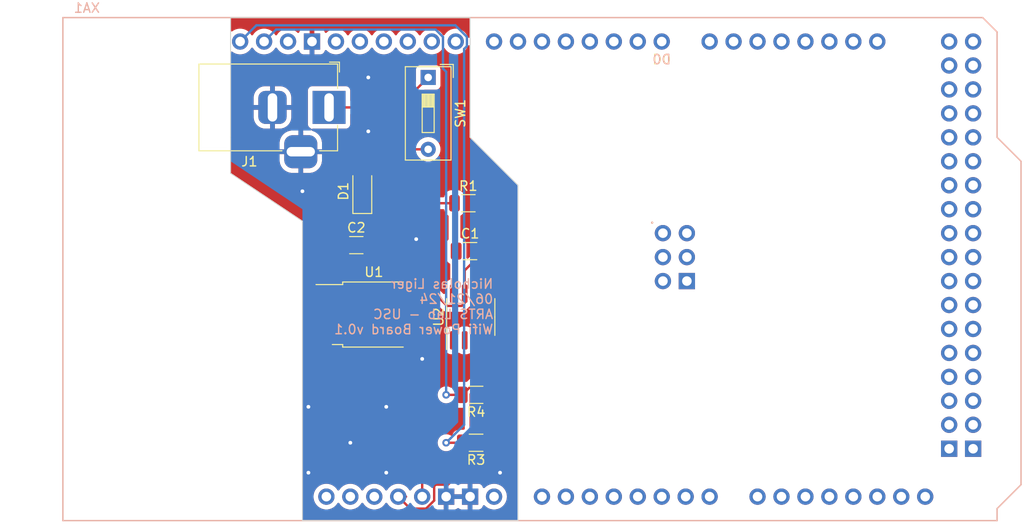
<source format=kicad_pcb>
(kicad_pcb (version 20221018) (generator pcbnew)
  (layers (0 "F.Cu" signal) (31 "B.Cu" signal) (34 "B.Paste" user) (35 "F.Paste" user) (36 "B.SilkS" user "B.Silkscreen") (37 "F.SilkS" user "F.Silkscreen") (38 "B.Mask" user) (39 "F.Mask" user) (44 "Edge.Cuts" user))
  (net 0 "")
  (net 1 "Net-(D1-K)")
  (net 2 "Net-(U1-VI)")
  (net 3 "GND")
  (net 4 "Net-(D1-A)")
  (net 5 "Net-(J1-Pad1)")
  (net 6 "Net-(U2-VS)")
  (net 7 "Net-(U2-SCL)")
  (net 92 "Net-(U2-SDA)")
  (net 93 "Net-(U1-VO)")
  (footprint "Capacitor_SMD:C_1206_3216Metric" (layer "F.Cu") (at 130.175 82.55)
    (fp_text reference "C2" (at 0 -1.85) (layer "F.SilkS"))
    (fp_text value "0.1 μF" hide)
    (fp_line (start -0.711252 -0.91) (end 0.711252 -0.91) (stroke (width 0.12)) (layer "F.SilkS"))
    (fp_line (start -0.711252 0.91) (end 0.711252 0.91) (stroke (width 0.12)) (layer "F.SilkS"))
    (pad "1" smd roundrect (at -1.475 0) (size 1.15 1.8) (layers "F.Cu" "F.Paste" "F.Mask") (roundrect_rratio 0.217391) (net 2 "Net-(U1-VI)"))
    (pad "2" smd roundrect (at 1.475 0) (size 1.15 1.8) (layers "F.Cu" "F.Paste" "F.Mask") (roundrect_rratio 0.217391) (net 3 "GND"))
  )
  (footprint "PCM_arduino-library:Arduino_Mega2560_R3_Shield" (layer "F.Cu") (at 99.06 111.76)
    (fp_text reference "XA1" (at 2.54 -54.356) (layer "B.SilkS") (effects (justify mirror)))
    (fp_text value "Arduino_Mega2560_Shield" hide)
    (fp_text user "D0" (at 63.5 -48.895 unlocked) (layer "B.SilkS") (effects (justify mirror)))
    (fp_text user "." (at 62.484 -32.004) (layer "B.SilkS"))
    (fp_text user "." (at 62.484 -32.004) (layer "F.SilkS"))
    (fp_text user "D0" (at 63.5 -48.895 unlocked) (layer "F.SilkS"))
    (fp_line (start 0 -53.34) (end 0 0) (stroke (width 0.15)) (layer "B.SilkS"))
    (fp_line (start 0 -53.34) (end 97.536 -53.34) (stroke (width 0.15)) (layer "B.SilkS"))
    (fp_line (start 0 0) (end 99.06 0) (stroke (width 0.15)) (layer "B.SilkS"))
    (fp_line (start 97.536 -53.34) (end 99.06 -51.816) (stroke (width 0.15)) (layer "B.SilkS"))
    (fp_line (start 99.06 -40.64) (end 99.06 -51.816) (stroke (width 0.15)) (layer "B.SilkS"))
    (fp_line (start 99.06 -1.27) (end 101.6 -3.81) (stroke (width 0.15)) (layer "B.SilkS"))
    (fp_line (start 99.06 0) (end 99.06 -1.27) (stroke (width 0.15)) (layer "B.SilkS"))
    (fp_line (start 101.6 -38.1) (end 99.06 -40.64) (stroke (width 0.15)) (layer "B.SilkS"))
    (fp_line (start 101.6 -3.81) (end 101.6 -38.1) (stroke (width 0.15)) (layer "B.SilkS"))
    (pad "" np_thru_hole circle (at 13.97 -2.54) (size 3.2 3.2) (drill 3.2) (layers "*.Cu" "*.Mask"))
    (pad "" np_thru_hole circle (at 15.24 -50.8) (size 3.2 3.2) (drill 3.2) (layers "*.Cu" "*.Mask"))
    (pad "" np_thru_hole circle (at 66.04 -35.56) (size 3.2 3.2) (drill 3.2) (layers "*.Cu" "*.Mask"))
    (pad "" np_thru_hole circle (at 66.04 -7.62) (size 3.2 3.2) (drill 3.2) (layers "*.Cu" "*.Mask"))
    (pad "" np_thru_hole circle (at 90.17 -50.8) (size 3.2 3.2) (drill 3.2) (layers "*.Cu" "*.Mask"))
    (pad "" np_thru_hole circle (at 96.52 -2.54) (size 3.2 3.2) (drill 3.2) (layers "*.Cu" "*.Mask"))
    (pad "3V3" thru_hole oval (at 35.56 -2.54) (size 1.7272 1.7272) (drill 1.016) (layers "*.Cu" "*.Mask") (net 6 "Net-(U2-VS)"))
    (pad "5V1" thru_hole oval (at 38.1 -2.54) (size 1.7272 1.7272) (drill 1.016) (layers "*.Cu" "*.Mask") (net 93 "Net-(U1-VO)"))
    (pad "5V2" thru_hole oval (at 66.167 -30.48) (size 1.7272 1.7272) (drill 1.016) (layers "*.Cu" "*.Mask"))
    (pad "5V3" thru_hole oval (at 93.98 -50.8) (size 1.7272 1.7272) (drill 1.016) (layers "*.Cu" "*.Mask"))
    (pad "5V4" thru_hole oval (at 96.52 -50.8) (size 1.7272 1.7272) (drill 1.016) (layers "*.Cu" "*.Mask"))
    (pad "A0" thru_hole oval (at 50.8 -2.54) (size 1.7272 1.7272) (drill 1.016) (layers "*.Cu" "*.Mask"))
    (pad "A1" thru_hole oval (at 53.34 -2.54) (size 1.7272 1.7272) (drill 1.016) (layers "*.Cu" "*.Mask"))
    (pad "A2" thru_hole oval (at 55.88 -2.54) (size 1.7272 1.7272) (drill 1.016) (layers "*.Cu" "*.Mask"))
    (pad "A3" thru_hole oval (at 58.42 -2.54) (size 1.7272 1.7272) (drill 1.016) (layers "*.Cu" "*.Mask"))
    (pad "A4" thru_hole oval (at 60.96 -2.54) (size 1.7272 1.7272) (drill 1.016) (layers "*.Cu" "*.Mask"))
    (pad "A5" thru_hole oval (at 63.5 -2.54) (size 1.7272 1.7272) (drill 1.016) (layers "*.Cu" "*.Mask"))
    (pad "A6" thru_hole oval (at 66.04 -2.54) (size 1.7272 1.7272) (drill 1.016) (layers "*.Cu" "*.Mask"))
    (pad "A7" thru_hole oval (at 68.58 -2.54) (size 1.7272 1.7272) (drill 1.016) (layers "*.Cu" "*.Mask"))
    (pad "A8" thru_hole oval (at 73.66 -2.54) (size 1.7272 1.7272) (drill 1.016) (layers "*.Cu" "*.Mask"))
    (pad "A9" thru_hole oval (at 76.2 -2.54) (size 1.7272 1.7272) (drill 1.016) (layers "*.Cu" "*.Mask"))
    (pad "A10" thru_hole oval (at 78.74 -2.54) (size 1.7272 1.7272) (drill 1.016) (layers "*.Cu" "*.Mask"))
    (pad "A11" thru_hole oval (at 81.28 -2.54) (size 1.7272 1.7272) (drill 1.016) (layers "*.Cu" "*.Mask"))
    (pad "A12" thru_hole oval (at 83.82 -2.54) (size 1.7272 1.7272) (drill 1.016) (layers "*.Cu" "*.Mask"))
    (pad "A13" thru_hole oval (at 86.36 -2.54) (size 1.7272 1.7272) (drill 1.016) (layers "*.Cu" "*.Mask"))
    (pad "A14" thru_hole oval (at 88.9 -2.54) (size 1.7272 1.7272) (drill 1.016) (layers "*.Cu" "*.Mask"))
    (pad "A15" thru_hole oval (at 91.44 -2.54) (size 1.7272 1.7272) (drill 1.016) (layers "*.Cu" "*.Mask"))
    (pad "AREF" thru_hole oval (at 23.876 -50.8) (size 1.7272 1.7272) (drill 1.016) (layers "*.Cu" "*.Mask"))
    (pad "D0" thru_hole oval (at 63.5 -50.8) (size 1.7272 1.7272) (drill 1.016) (layers "*.Cu" "*.Mask"))
    (pad "D1" thru_hole oval (at 60.96 -50.8) (size 1.7272 1.7272) (drill 1.016) (layers "*.Cu" "*.Mask"))
    (pad "D2" thru_hole oval (at 58.42 -50.8) (size 1.7272 1.7272) (drill 1.016) (layers "*.Cu" "*.Mask"))
    (pad "D3" thru_hole oval (at 55.88 -50.8) (size 1.7272 1.7272) (drill 1.016) (layers "*.Cu" "*.Mask"))
    (pad "D4" thru_hole oval (at 53.34 -50.8) (size 1.7272 1.7272) (drill 1.016) (layers "*.Cu" "*.Mask"))
    (pad "D5" thru_hole oval (at 50.8 -50.8) (size 1.7272 1.7272) (drill 1.016) (layers "*.Cu" "*.Mask"))
    (pad "D6" thru_hole oval (at 48.26 -50.8) (size 1.7272 1.7272) (drill 1.016) (layers "*.Cu" "*.Mask"))
    (pad "D7" thru_hole oval (at 45.72 -50.8) (size 1.7272 1.7272) (drill 1.016) (layers "*.Cu" "*.Mask"))
    (pad "D8" thru_hole oval (at 41.656 -50.8) (size 1.7272 1.7272) (drill 1.016) (layers "*.Cu" "*.Mask"))
    (pad "D9" thru_hole oval (at 39.116 -50.8) (size 1.7272 1.7272) (drill 1.016) (layers "*.Cu" "*.Mask"))
    (pad "D10" thru_hole oval (at 36.576 -50.8) (size 1.7272 1.7272) (drill 1.016) (layers "*.Cu" "*.Mask"))
    (pad "D11" thru_hole oval (at 34.036 -50.8) (size 1.7272 1.7272) (drill 1.016) (layers "*.Cu" "*.Mask"))
    (pad "D12" thru_hole oval (at 31.496 -50.8) (size 1.7272 1.7272) (drill 1.016) (layers "*.Cu" "*.Mask"))
    (pad "D13" thru_hole oval (at 28.956 -50.8) (size 1.7272 1.7272) (drill 1.016) (layers "*.Cu" "*.Mask"))
    (pad "D14" thru_hole oval (at 68.58 -50.8) (size 1.7272 1.7272) (drill 1.016) (layers "*.Cu" "*.Mask"))
    (pad "D15" thru_hole oval (at 71.12 -50.8) (size 1.7272 1.7272) (drill 1.016) (layers "*.Cu" "*.Mask"))
    (pad "D16" thru_hole oval (at 73.66 -50.8) (size 1.7272 1.7272) (drill 1.016) (layers "*.Cu" "*.Mask"))
    (pad "D17" thru_hole oval (at 76.2 -50.8) (size 1.7272 1.7272) (drill 1.016) (layers "*.Cu" "*.Mask"))
    (pad "D18" thru_hole oval (at 78.74 -50.8) (size 1.7272 1.7272) (drill 1.016) (layers "*.Cu" "*.Mask"))
    (pad "D19" thru_hole oval (at 81.28 -50.8) (size 1.7272 1.7272) (drill 1.016) (layers "*.Cu" "*.Mask"))
    (pad "D20" thru_hole oval (at 83.82 -50.8) (size 1.7272 1.7272) (drill 1.016) (layers "*.Cu" "*.Mask"))
    (pad "D21" thru_hole oval (at 86.36 -50.8) (size 1.7272 1.7272) (drill 1.016) (layers "*.Cu" "*.Mask"))
    (pad "D22" thru_hole oval (at 93.98 -48.26) (size 1.7272 1.7272) (drill 1.016) (layers "*.Cu" "*.Mask"))
    (pad "D23" thru_hole oval (at 96.52 -48.26) (size 1.7272 1.7272) (drill 1.016) (layers "*.Cu" "*.Mask"))
    (pad "D24" thru_hole oval (at 93.98 -45.72) (size 1.7272 1.7272) (drill 1.016) (layers "*.Cu" "*.Mask"))
    (pad "D25" thru_hole oval (at 96.52 -45.72) (size 1.7272 1.7272) (drill 1.016) (layers "*.Cu" "*.Mask"))
    (pad "D26" thru_hole oval (at 93.98 -43.18) (size 1.7272 1.7272) (drill 1.016) (layers "*.Cu" "*.Mask"))
    (pad "D27" thru_hole oval (at 96.52 -43.18) (size 1.7272 1.7272) (drill 1.016) (layers "*.Cu" "*.Mask"))
    (pad "D28" thru_hole oval (at 93.98 -40.64) (size 1.7272 1.7272) (drill 1.016) (layers "*.Cu" "*.Mask"))
    (pad "D29" thru_hole oval (at 96.52 -40.64) (size 1.7272 1.7272) (drill 1.016) (layers "*.Cu" "*.Mask"))
    (pad "D30" thru_hole oval (at 93.98 -38.1) (size 1.7272 1.7272) (drill 1.016) (layers "*.Cu" "*.Mask"))
    (pad "D31" thru_hole oval (at 96.52 -38.1) (size 1.7272 1.7272) (drill 1.016) (layers "*.Cu" "*.Mask"))
    (pad "D32" thru_hole oval (at 93.98 -35.56) (size 1.7272 1.7272) (drill 1.016) (layers "*.Cu" "*.Mask"))
    (pad "D33" thru_hole oval (at 96.52 -35.56) (size 1.7272 1.7272) (drill 1.016) (layers "*.Cu" "*.Mask"))
    (pad "D34" thru_hole oval (at 93.98 -33.02) (size 1.7272 1.7272) (drill 1.016) (layers "*.Cu" "*.Mask"))
    (pad "D35" thru_hole oval (at 96.52 -33.02) (size 1.7272 1.7272) (drill 1.016) (layers "*.Cu" "*.Mask"))
    (pad "D36" thru_hole oval (at 93.98 -30.48) (size 1.7272 1.7272) (drill 1.016) (layers "*.Cu" "*.Mask"))
    (pad "D37" thru_hole oval (at 96.52 -30.48) (size 1.7272 1.7272) (drill 1.016) (layers "*.Cu" "*.Mask"))
    (pad "D38" thru_hole oval (at 93.98 -27.94) (size 1.7272 1.7272) (drill 1.016) (layers "*.Cu" "*.Mask"))
    (pad "D39" thru_hole oval (at 96.52 -27.94) (size 1.7272 1.7272) (drill 1.016) (layers "*.Cu" "*.Mask"))
    (pad "D40" thru_hole oval (at 93.98 -25.4) (size 1.7272 1.7272) (drill 1.016) (layers "*.Cu" "*.Mask"))
    (pad "D41" thru_hole oval (at 96.52 -25.4) (size 1.7272 1.7272) (drill 1.016) (layers "*.Cu" "*.Mask"))
    (pad "D42" thru_hole oval (at 93.98 -22.86) (size 1.7272 1.7272) (drill 1.016) (layers "*.Cu" "*.Mask"))
    (pad "D43" thru_hole oval (at 96.52 -22.86) (size 1.7272 1.7272) (drill 1.016) (layers "*.Cu" "*.Mask"))
    (pad "D44" thru_hole oval (at 93.98 -20.32) (size 1.7272 1.7272) (drill 1.016) (layers "*.Cu" "*.Mask"))
    (pad "D45" thru_hole oval (at 96.52 -20.32) (size 1.7272 1.7272) (drill 1.016) (layers "*.Cu" "*.Mask"))
    (pad "D46" thru_hole oval (at 93.98 -17.78) (size 1.7272 1.7272) (drill 1.016) (layers "*.Cu" "*.Mask"))
    (pad "D47" thru_hole oval (at 96.52 -17.78) (size 1.7272 1.7272) (drill 1.016) (layers "*.Cu" "*.Mask"))
    (pad "D48" thru_hole oval (at 93.98 -15.24) (size 1.7272 1.7272) (drill 1.016) (layers "*.Cu" "*.Mask"))
    (pad "D49" thru_hole oval (at 96.52 -15.24) (size 1.7272 1.7272) (drill 1.016) (layers "*.Cu" "*.Mask"))
    (pad "D50" thru_hole oval (at 93.98 -12.7) (size 1.7272 1.7272) (drill 1.016) (layers "*.Cu" "*.Mask"))
    (pad "D51" thru_hole oval (at 96.52 -12.7) (size 1.7272 1.7272) (drill 1.016) (layers "*.Cu" "*.Mask"))
    (pad "D52" thru_hole oval (at 93.98 -10.16) (size 1.7272 1.7272) (drill 1.016) (layers "*.Cu" "*.Mask"))
    (pad "D53" thru_hole oval (at 96.52 -10.16) (size 1.7272 1.7272) (drill 1.016) (layers "*.Cu" "*.Mask"))
    (pad "GND1" thru_hole rect (at 26.416 -50.8) (size 1.7272 1.7272) (drill 1.016) (layers "*.Cu" "*.Mask") (net 3 "GND"))
    (pad "GND2" thru_hole rect (at 40.64 -2.54) (size 1.7272 1.7272) (drill 1.016) (layers "*.Cu" "*.Mask") (net 3 "GND"))
    (pad "GND3" thru_hole rect (at 43.18 -2.54) (size 1.7272 1.7272) (drill 1.016) (layers "*.Cu" "*.Mask") (net 3 "GND"))
    (pad "GND4" thru_hole rect (at 66.167 -25.4) (size 1.7272 1.7272) (drill 1.016) (layers "*.Cu" "*.Mask"))
    (pad "GND5" thru_hole rect (at 93.98 -7.62) (size 1.7272 1.7272) (drill 1.016) (layers "*.Cu" "*.Mask") (net 3 "GND"))
    (pad "GND6" thru_hole rect (at 96.52 -7.62) (size 1.7272 1.7272) (drill 1.016) (layers "*.Cu" "*.Mask") (net 3 "GND"))
    (pad "IORF" thru_hole oval (at 30.48 -2.54) (size 1.7272 1.7272) (drill 1.016) (layers "*.Cu" "*.Mask"))
    (pad "MISO" thru_hole oval (at 63.627 -30.48) (size 1.7272 1.7272) (drill 1.016) (layers "*.Cu" "*.Mask"))
    (pad "MOSI" thru_hole oval (at 66.167 -27.94) (size 1.7272 1.7272) (drill 1.016) (layers "*.Cu" "*.Mask"))
    (pad "RST1" thru_hole oval (at 33.02 -2.54) (size 1.7272 1.7272) (drill 1.016) (layers "*.Cu" "*.Mask"))
    (pad "RST2" thru_hole oval (at 63.627 -25.4) (size 1.7272 1.7272) (drill 1.016) (layers "*.Cu" "*.Mask"))
    (pad "SCK" thru_hole oval (at 63.627 -27.94) (size 1.7272 1.7272) (drill 1.016) (layers "*.Cu" "*.Mask"))
    (pad "SCL" thru_hole oval (at 18.796 -50.8) (size 1.7272 1.7272) (drill 1.016) (layers "*.Cu" "*.Mask") (net 7 "Net-(U2-SCL)"))
    (pad "SDA" thru_hole oval (at 21.336 -50.8) (size 1.7272 1.7272) (drill 1.016) (layers "*.Cu" "*.Mask") (net 92 "Net-(U2-SDA)"))
    (pad "VBAT" thru_hole oval (at 27.94 -2.54) (size 1.7272 1.7272) (drill 1.016) (layers "*.Cu" "*.Mask"))
    (pad "VIN" thru_hole oval (at 45.72 -2.54) (size 1.7272 1.7272) (drill 1.016) (layers "*.Cu" "*.Mask"))
  )
  (footprint "Diode_SMD:D_SOD-123" (layer "F.Cu") (at 130.81 76.835 90)
    (fp_text reference "D1" (at 0 -2 90) (layer "F.SilkS"))
    (fp_text value "16-7" hide)
    (fp_line (start -2.36 -1) (end -2.36 1) (stroke (width 0.12)) (layer "F.SilkS"))
    (fp_line (start -2.36 -1) (end 1.65 -1) (stroke (width 0.12)) (layer "F.SilkS"))
    (fp_line (start -2.36 1) (end 1.65 1) (stroke (width 0.12)) (layer "F.SilkS"))
    (pad "1" smd roundrect (at -1.65 0 90) (size 0.9 1.2) (layers "F.Cu" "F.Paste" "F.Mask") (net 1 "Net-(D1-K)"))
    (pad "2" smd roundrect (at 1.65 0 90) (size 0.9 1.2) (layers "F.Cu" "F.Paste" "F.Mask") (net 4 "Net-(D1-A)"))
  )
  (footprint "Package_TO_SOT_SMD:TO-252-2" (layer "F.Cu") (at 132.04 89.91)
    (fp_text reference "U1" (at 0 -4.5) (layer "F.SilkS"))
    (fp_text value "LF15_TO252" hide)
    (fp_line (start -3.31 -3.45) (end -3.31 -3.18) (stroke (width 0.12)) (layer "F.SilkS"))
    (fp_line (start -3.31 -3.18) (end -6.14 -3.18) (stroke (width 0.12)) (layer "F.SilkS"))
    (fp_line (start -3.31 3.18) (end -4.41 3.18) (stroke (width 0.12)) (layer "F.SilkS"))
    (fp_line (start -3.31 3.45) (end -3.31 3.18) (stroke (width 0.12)) (layer "F.SilkS"))
    (fp_line (start 3.11 -3.45) (end -3.31 -3.45) (stroke (width 0.12)) (layer "F.SilkS"))
    (fp_line (start 3.11 3.45) (end -3.31 3.45) (stroke (width 0.12)) (layer "F.SilkS"))
    (pad "1" smd roundrect (at -5.04 -2.28) (size 2.2 1.2) (layers "F.Cu" "F.Paste" "F.Mask") (roundrect_rratio 0.208333) (net 2 "Net-(U1-VI)"))
    (pad "2" smd roundrect (at -0.415 -1.525) (size 3.05 2.75) (layers "F.Cu" "F.Paste") (roundrect_rratio 0.090909) (net 3 "GND"))
    (pad "2" smd roundrect (at -0.415 1.525) (size 3.05 2.75) (layers "F.Cu" "F.Paste") (roundrect_rratio 0.090909) (net 3 "GND"))
    (pad "2" smd roundrect (at 1.26 0) (size 6.4 5.8) (layers "F.Cu" "F.Mask") (roundrect_rratio 0.043103) (net 3 "GND"))
    (pad "2" smd roundrect (at 2.935 -1.525) (size 3.05 2.75) (layers "F.Cu" "F.Paste") (roundrect_rratio 0.090909) (net 3 "GND"))
    (pad "2" smd roundrect (at 2.935 1.525) (size 3.05 2.75) (layers "F.Cu" "F.Paste") (roundrect_rratio 0.090909) (net 3 "GND"))
    (pad "3" smd roundrect (at -5.04 2.28) (size 2.2 1.2) (layers "F.Cu" "F.Paste" "F.Mask") (roundrect_rratio 0.208333) (net 93 "Net-(U1-VO)"))
  )
  (footprint "Capacitor_SMD:C_1206_3216Metric" (layer "F.Cu") (at 142.24 83.185)
    (fp_text reference "C1" (at 0 -1.85) (layer "F.SilkS"))
    (fp_text value "0.1 μF" hide)
    (fp_line (start -0.711252 -0.91) (end 0.711252 -0.91) (stroke (width 0.12)) (layer "F.SilkS"))
    (fp_line (start -0.711252 0.91) (end 0.711252 0.91) (stroke (width 0.12)) (layer "F.SilkS"))
    (pad "1" smd roundrect (at -1.475 0) (size 1.15 1.8) (layers "F.Cu" "F.Paste" "F.Mask") (roundrect_rratio 0.217391) (net 1 "Net-(D1-K)"))
    (pad "2" smd roundrect (at 1.475 0) (size 1.15 1.8) (layers "F.Cu" "F.Paste" "F.Mask") (roundrect_rratio 0.217391) (net 2 "Net-(U1-VI)"))
  )
  (footprint "Package_SO:SOIC-8_3.9x4.9mm_P1.27mm" (layer "F.Cu") (at 142.305 90.17 90)
    (fp_text reference "U2" (at 0 -3.4 90) (layer "F.SilkS"))
    (fp_text value "INA219A" hide)
    (fp_line (start 0 -2.56) (end -3.45 -2.56) (stroke (width 0.12)) (layer "F.SilkS"))
    (fp_line (start 0 -2.56) (end 1.95 -2.56) (stroke (width 0.12)) (layer "F.SilkS"))
    (fp_line (start 0 2.56) (end -1.95 2.56) (stroke (width 0.12)) (layer "F.SilkS"))
    (fp_line (start 0 2.56) (end 1.95 2.56) (stroke (width 0.12)) (layer "F.SilkS"))
    (pad "1" smd roundrect (at -2.475 -1.905 90) (size 1.95 0.6) (layers "F.Cu" "F.Paste" "F.Mask"))
    (pad "2" smd roundrect (at -2.475 -0.635 90) (size 1.95 0.6) (layers "F.Cu" "F.Paste" "F.Mask"))
    (pad "3" smd roundrect (at -2.475 0.635 90) (size 1.95 0.6) (layers "F.Cu" "F.Paste" "F.Mask") (net 92 "Net-(U2-SDA)"))
    (pad "4" smd roundrect (at -2.475 1.905 90) (size 1.95 0.6) (layers "F.Cu" "F.Paste" "F.Mask") (net 7 "Net-(U2-SCL)"))
    (pad "5" smd roundrect (at 2.475 1.905 90) (size 1.95 0.6) (layers "F.Cu" "F.Paste" "F.Mask") (net 6 "Net-(U2-VS)"))
    (pad "6" smd roundrect (at 2.475 0.635 90) (size 1.95 0.6) (layers "F.Cu" "F.Paste" "F.Mask") (net 3 "GND"))
    (pad "7" smd roundrect (at 2.475 -0.635 90) (size 1.95 0.6) (layers "F.Cu" "F.Paste" "F.Mask") (net 2 "Net-(U1-VI)"))
    (pad "8" smd roundrect (at 2.475 -1.905 90) (size 1.95 0.6) (layers "F.Cu" "F.Paste" "F.Mask") (net 1 "Net-(D1-K)"))
  )
  (footprint "Resistor_SMD:R_1206_3216Metric" (layer "F.Cu") (at 142.875 103.505 180)
    (fp_text reference "R3" (at 0 -1.82) (layer "F.SilkS"))
    (fp_text value "4.7k" hide)
    (fp_line (start -0.727064 -0.91) (end 0.727064 -0.91) (stroke (width 0.12)) (layer "F.SilkS"))
    (fp_line (start -0.727064 0.91) (end 0.727064 0.91) (stroke (width 0.12)) (layer "F.SilkS"))
    (pad "1" smd roundrect (at -1.4625 0 180) (size 1.125 1.75) (layers "F.Cu" "F.Paste" "F.Mask") (roundrect_rratio 0.222222) (net 6 "Net-(U2-VS)"))
    (pad "2" smd roundrect (at 1.4625 0 180) (size 1.125 1.75) (layers "F.Cu" "F.Paste" "F.Mask") (roundrect_rratio 0.222222) (net 7 "Net-(U2-SCL)"))
  )
  (footprint "Resistor_SMD:R_1206_3216Metric" (layer "F.Cu") (at 142.0475 78.105)
    (fp_text reference "R1" (at 0 -1.82) (layer "F.SilkS"))
    (fp_text value "0.1" hide)
    (fp_line (start -0.727064 -0.91) (end 0.727064 -0.91) (stroke (width 0.12)) (layer "F.SilkS"))
    (fp_line (start -0.727064 0.91) (end 0.727064 0.91) (stroke (width 0.12)) (layer "F.SilkS"))
    (pad "1" smd roundrect (at -1.4625 0) (size 1.125 1.75) (layers "F.Cu" "F.Paste" "F.Mask") (roundrect_rratio 0.222222) (net 1 "Net-(D1-K)"))
    (pad "2" smd roundrect (at 1.4625 0) (size 1.125 1.75) (layers "F.Cu" "F.Paste" "F.Mask") (roundrect_rratio 0.222222) (net 2 "Net-(U1-VI)"))
  )
  (footprint "Resistor_SMD:R_1206_3216Metric" (layer "F.Cu") (at 142.875 98.425 180)
    (fp_text reference "R4" (at 0 -1.82) (layer "F.SilkS"))
    (fp_text value "4.7k" hide)
    (fp_line (start -0.727064 -0.91) (end 0.727064 -0.91) (stroke (width 0.12)) (layer "F.SilkS"))
    (fp_line (start -0.727064 0.91) (end 0.727064 0.91) (stroke (width 0.12)) (layer "F.SilkS"))
    (pad "1" smd roundrect (at -1.4625 0 180) (size 1.125 1.75) (layers "F.Cu" "F.Paste" "F.Mask") (roundrect_rratio 0.222222) (net 6 "Net-(U2-VS)"))
    (pad "2" smd roundrect (at 1.4625 0 180) (size 1.125 1.75) (layers "F.Cu" "F.Paste" "F.Mask") (roundrect_rratio 0.222222) (net 92 "Net-(U2-SDA)"))
  )
  (footprint "Button_Switch_THT:SW_DIP_SPSTx01_Slide_9.78x4.72mm_W7.62mm_P2.54mm" (layer "F.Cu") (at 137.795 64.77 -90)
    (fp_text reference "SW1" (at 3.81 -3.42 90) (layer "F.SilkS"))
    (fp_text value "SW_DIP_x01" hide)
    (fp_line (start -1.38 -2.66) (end -1.38 -1.277) (stroke (width 0.12)) (layer "F.SilkS"))
    (fp_line (start -1.38 -2.66) (end 0.004 -2.66) (stroke (width 0.12)) (layer "F.SilkS"))
    (fp_line (start -1.14 -2.42) (end -1.14 2.42) (stroke (width 0.12)) (layer "F.SilkS"))
    (fp_line (start -1.14 -2.42) (end 8.76 -2.42) (stroke (width 0.12)) (layer "F.SilkS"))
    (fp_line (start -1.14 2.42) (end 8.76 2.42) (stroke (width 0.12)) (layer "F.SilkS"))
    (fp_line (start 1.78 -0.635) (end 1.78 0.635) (stroke (width 0.12)) (layer "F.SilkS"))
    (fp_line (start 1.78 -0.515) (end 3.133333 -0.515) (stroke (width 0.12)) (layer "F.SilkS"))
    (fp_line (start 1.78 -0.395) (end 3.133333 -0.395) (stroke (width 0.12)) (layer "F.SilkS"))
    (fp_line (start 1.78 -0.275) (end 3.133333 -0.275) (stroke (width 0.12)) (layer "F.SilkS"))
    (fp_line (start 1.78 -0.155) (end 3.133333 -0.155) (stroke (width 0.12)) (layer "F.SilkS"))
    (fp_line (start 1.78 -0.035) (end 3.133333 -0.035) (stroke (width 0.12)) (layer "F.SilkS"))
    (fp_line (start 1.78 0.085) (end 3.133333 0.085) (stroke (width 0.12)) (layer "F.SilkS"))
    (fp_line (start 1.78 0.205) (end 3.133333 0.205) (stroke (width 0.12)) (layer "F.SilkS"))
    (fp_line (start 1.78 0.325) (end 3.133333 0.325) (stroke (width 0.12)) (layer "F.SilkS"))
    (fp_line (start 1.78 0.445) (end 3.133333 0.445) (stroke (width 0.12)) (layer "F.SilkS"))
    (fp_line (start 1.78 0.565) (end 3.133333 0.565) (stroke (width 0.12)) (layer "F.SilkS"))
    (fp_line (start 1.78 0.635) (end 5.84 0.635) (stroke (width 0.12)) (layer "F.SilkS"))
    (fp_line (start 3.133333 -0.635) (end 3.133333 0.635) (stroke (width 0.12)) (layer "F.SilkS"))
    (fp_line (start 5.84 -0.635) (end 1.78 -0.635) (stroke (width 0.12)) (layer "F.SilkS"))
    (fp_line (start 5.84 0.635) (end 5.84 -0.635) (stroke (width 0.12)) (layer "F.SilkS"))
    (fp_line (start 8.76 -2.42) (end 8.76 2.42) (stroke (width 0.12)) (layer "F.SilkS"))
    (pad "1" thru_hole rect (at 0 0 270) (size 1.6 1.6) (drill 0.8) (layers "*.Cu" "*.Mask") (net 5 "Net-(J1-Pad1)"))
    (pad "2" thru_hole oval (at 7.62 0 270) (size 1.6 1.6) (drill 0.8) (layers "*.Cu" "*.Mask") (net 4 "Net-(D1-A)"))
  )
  (footprint "Connector_BarrelJack:BarrelJack_Horizontal" (layer "F.Cu") (at 127.285 67.945)
    (fp_text reference "J1" (at -8.45 5.75) (layer "F.SilkS"))
    (fp_text value "Barrel_Jack" hide)
    (fp_line (start -13.8 -4.6) (end 0.9 -4.6) (stroke (width 0.12)) (layer "F.SilkS"))
    (fp_line (start -13.8 4.6) (end -13.8 -4.6) (stroke (width 0.12)) (layer "F.SilkS"))
    (fp_line (start -5 4.6) (end -13.8 4.6) (stroke (width 0.12)) (layer "F.SilkS"))
    (fp_line (start 0.05 -4.8) (end 1.1 -4.8) (stroke (width 0.12)) (layer "F.SilkS"))
    (fp_line (start 0.9 -4.6) (end 0.9 -2) (stroke (width 0.12)) (layer "F.SilkS"))
    (fp_line (start 0.9 1.9) (end 0.9 4.6) (stroke (width 0.12)) (layer "F.SilkS"))
    (fp_line (start 0.9 4.6) (end -1 4.6) (stroke (width 0.12)) (layer "F.SilkS"))
    (fp_line (start 1.1 -3.75) (end 1.1 -4.8) (stroke (width 0.12)) (layer "F.SilkS"))
    (pad "1" thru_hole rect (at 0 0) (size 3.5 3.5) (drill oval 1 3) (layers "*.Cu" "*.Mask") (net 5 "Net-(J1-Pad1)"))
    (pad "2" thru_hole roundrect (at -6 0) (size 3 3.5) (drill oval 1 3) (layers "*.Cu" "*.Mask") (net 3 "GND"))
    (pad "3" thru_hole roundrect (at -3 4.7) (size 3.5 3.5) (drill oval 3 1) (layers "*.Cu" "*.Mask") (net 3 "GND"))
  )
  (gr_line (start 124.46 111.76) (end 147.32 111.76) (stroke (width 0.1)) (layer "Edge.Cuts"))
  (gr_line (start 147.32 111.76) (end 147.32 76.2) (stroke (width 0.1)) (layer "Edge.Cuts"))
  (gr_line (start 116.84 58.42) (end 116.84 71.12) (stroke (width 0.1)) (layer "Edge.Cuts"))
  (gr_line (start 142.24 58.42) (end 142.24 71.12) (stroke (width 0.1)) (layer "Edge.Cuts"))
  (gr_line (start 116.84 58.42) (end 142.24 58.42) (stroke (width 0.1)) (layer "Edge.Cuts"))
  (gr_line (start 124.46 80.01) (end 124.46 111.76) (stroke (width 0.1)) (layer "Edge.Cuts"))
  (gr_line (start 116.84 74.93) (end 124.46 80.01) (stroke (width 0.1)) (layer "Edge.Cuts"))
  (gr_line (start 147.32 76.2) (end 142.24 71.12) (stroke (width 0.1)) (layer "Edge.Cuts"))
  (gr_line (start 116.84 71.12) (end 116.84 74.93) (stroke (width 0.1)) (layer "Edge.Cuts"))
  (gr_text "Nicholas Liger\n06/21/24\nARTS Lab - USC\nWifi Power Board v0.1" (at 144.78 92.075) (layer "B.SilkS") (effects (font (size 1 1)) (justify left bottom mirror)))
  (segment (start 134.62 78.485) (end 135 78.105) (width 0.25) (layer "F.Cu") (net 1))
  (segment (start 140.765 83.185) (end 140.765 87.33) (width 0.25) (layer "F.Cu") (net 1))
  (segment (start 135 78.105) (end 140.585 78.105) (width 0.25) (layer "F.Cu") (net 1))
  (segment (start 140.585 83.005) (end 140.765 83.185) (width 0.25) (layer "F.Cu") (net 1))
  (segment (start 130.81 78.485) (end 134.62 78.485) (width 0.25) (layer "F.Cu") (net 1))
  (segment (start 140.765 87.33) (end 140.4 87.695) (width 0.25) (layer "F.Cu") (net 1))
  (segment (start 140.585 78.105) (end 140.585 83.005) (width 0.25) (layer "F.Cu") (net 1))
  (segment (start 141.67 88.669999) (end 141.344999 88.995) (width 0.25) (layer "F.Cu") (net 2))
  (segment (start 141.67 85.23) (end 143.715 83.185) (width 0.25) (layer "F.Cu") (net 2))
  (segment (start 143.715 83.185) (end 143.715 78.31) (width 0.25) (layer "F.Cu") (net 2))
  (segment (start 141.67 87.695) (end 141.67 88.669999) (width 0.25) (layer "F.Cu") (net 2))
  (segment (start 135.255 84.455) (end 128.905 84.455) (width 0.25) (layer "F.Cu") (net 2))
  (segment (start 139.795 88.995) (end 135.255 84.455) (width 0.25) (layer "F.Cu") (net 2))
  (segment (start 128.905 84.455) (end 128.7 84.25) (width 0.25) (layer "F.Cu") (net 2))
  (segment (start 128.7 84.25) (end 128.7 82.55) (width 0.25) (layer "F.Cu") (net 2))
  (segment (start 128.7 82.55) (end 128.7 85.93) (width 0.25) (layer "F.Cu") (net 2))
  (segment (start 141.67 87.695) (end 141.67 85.23) (width 0.25) (layer "F.Cu") (net 2))
  (segment (start 141.344999 88.995) (end 139.795 88.995) (width 0.25) (layer "F.Cu") (net 2))
  (segment (start 143.715 78.31) (end 143.51 78.105) (width 0.25) (layer "F.Cu") (net 2))
  (segment (start 128.7 85.93) (end 127 87.63) (width 0.25) (layer "F.Cu") (net 2))
  (via (at 129.54 103.505) (size 0.8) (drill 0.4) (layers "F.Cu" "B.Cu") (net 3))
  (via (at 137.16 94.615) (size 0.8) (drill 0.4) (layers "F.Cu" "B.Cu") (net 3))
  (via (at 136.525 81.915) (size 0.8) (drill 0.4) (layers "F.Cu" "B.Cu") (net 3))
  (via (at 125.095 106.68) (size 0.8) (drill 0.4) (layers "F.Cu" "B.Cu") (net 3))
  (via (at 145.415 106.68) (size 0.8) (drill 0.4) (layers "F.Cu" "B.Cu") (net 3))
  (via (at 131.445 64.77) (size 0.8) (drill 0.4) (layers "F.Cu" "B.Cu") (net 3))
  (via (at 133.35 99.695) (size 0.8) (drill 0.4) (layers "F.Cu" "B.Cu") (net 3))
  (via (at 131.445 70.485) (size 0.8) (drill 0.4) (layers "F.Cu" "B.Cu") (net 3))
  (via (at 124.46 76.835) (size 0.8) (drill 0.4) (layers "F.Cu" "B.Cu") (net 3))
  (via (at 133.35 106.68) (size 0.8) (drill 0.4) (layers "F.Cu" "B.Cu") (net 3))
  (via (at 125.095 99.695) (size 0.8) (drill 0.4) (layers "F.Cu" "B.Cu") (net 3))
  (segment (start 137.795 72.39) (end 133.605 72.39) (width 0.25) (layer "F.Cu") (net 4))
  (segment (start 133.605 72.39) (end 130.81 75.185) (width 0.25) (layer "F.Cu") (net 4))
  (segment (start 127.285 67.945) (end 134.62 67.945) (width 0.25) (layer "F.Cu") (net 5))
  (segment (start 134.62 67.945) (end 137.795 64.77) (width 0.25) (layer "F.Cu") (net 5))
  (segment (start 144.9 97.8625) (end 144.9 88.385) (width 0.25) (layer "F.Cu") (net 6))
  (segment (start 138.5928 107.95) (end 138.43 108.1128) (width 0.25) (layer "F.Cu") (net 6))
  (segment (start 138.43 109.630935) (end 137.570935 110.49) (width 0.25) (layer "F.Cu") (net 6))
  (segment (start 144.3375 103.505) (end 144.3375 98.425) (width 0.25) (layer "F.Cu") (net 6))
  (segment (start 135.4475 109.22) (end 134.62 109.22) (width 0.25) (layer "F.Cu") (net 6))
  (segment (start 138.43 108.1128) (end 138.43 109.630935) (width 0.25) (layer "F.Cu") (net 6))
  (segment (start 139.8925 107.95) (end 144.3375 103.505) (width 0.25) (layer "F.Cu") (net 6))
  (segment (start 144.9 88.385) (end 144.21 87.695) (width 0.25) (layer "F.Cu") (net 6))
  (segment (start 139.8925 107.95) (end 138.5928 107.95) (width 0.25) (layer "F.Cu") (net 6))
  (segment (start 137.570935 110.49) (end 135.89 110.49) (width 0.25) (layer "F.Cu") (net 6))
  (segment (start 144.3375 98.425) (end 144.9 97.8625) (width 0.25) (layer "F.Cu") (net 6))
  (segment (start 135.89 110.49) (end 134.62 109.22) (width 0.25) (layer "F.Cu") (net 6))
  (segment (start 144.21 96.455) (end 144.21 92.645) (width 0.25) (layer "F.Cu") (net 7))
  (segment (start 141.4125 103.505) (end 142.3 102.6175) (width 0.25) (layer "F.Cu") (net 7))
  (segment (start 141.4125 103.505) (end 139.7 103.505) (width 0.25) (layer "F.Cu") (net 7))
  (segment (start 142.3 98.365) (end 144.21 96.455) (width 0.25) (layer "F.Cu") (net 7))
  (segment (start 142.3 102.6175) (end 142.3 98.365) (width 0.25) (layer "F.Cu") (net 7))
  (via (at 139.7 103.505) (size 0.8) (drill 0.4) (layers "F.Cu" "B.Cu") (net 7))
  (segment (start 141.605 61.751935) (end 141.605 101.6) (width 0.25) (layer "B.Cu") (net 7))
  (segment (start 141.9046 60.467665) (end 141.9046 61.452335) (width 0.25) (layer "B.Cu") (net 7))
  (segment (start 141.9046 61.452335) (end 141.605 61.751935) (width 0.25) (layer "B.Cu") (net 7))
  (segment (start 117.856 60.96) (end 119.576 59.24) (width 0.25) (layer "B.Cu") (net 7))
  (segment (start 119.576 59.24) (end 140.676935 59.24) (width 0.25) (layer "B.Cu") (net 7))
  (segment (start 141.605 101.6) (end 139.7 103.505) (width 0.25) (layer "B.Cu") (net 7))
  (segment (start 140.676935 59.24) (end 141.9046 60.467665) (width 0.25) (layer "B.Cu") (net 7))
  (segment (start 142.94 96.8975) (end 142.94 92.645) (width 0.25) (layer "F.Cu") (net 92))
  (segment (start 141.4125 98.425) (end 139.7 98.425) (width 0.25) (layer "F.Cu") (net 92))
  (segment (start 141.4125 98.425) (end 142.94 96.8975) (width 0.25) (layer "F.Cu") (net 92))
  (via (at 139.7 98.425) (size 0.8) (drill 0.4) (layers "F.Cu" "B.Cu") (net 92))
  (segment (start 139.7 64.164935) (end 139.3646 63.829535) (width 0.25) (layer "B.Cu") (net 92))
  (segment (start 139.3646 63.829535) (end 139.3646 60.467665) (width 0.25) (layer "B.Cu") (net 92))
  (segment (start 121.666 59.69) (end 120.396 60.96) (width 0.25) (layer "B.Cu") (net 92))
  (segment (start 139.7 98.425) (end 139.7 64.164935) (width 0.25) (layer "B.Cu") (net 92))
  (segment (start 138.586935 59.69) (end 121.666 59.69) (width 0.25) (layer "B.Cu") (net 92))
  (segment (start 139.3646 60.467665) (end 138.586935 59.69) (width 0.25) (layer "B.Cu") (net 92))
  (segment (start 132.6 97.79) (end 137.16 97.79) (width 0.25) (layer "F.Cu") (net 93))
  (segment (start 127 92.19) (end 132.6 97.79) (width 0.25) (layer "F.Cu") (net 93))
  (segment (start 137.16 97.79) (end 137.16 109.22) (width 0.25) (layer "F.Cu") (net 93))
  (zone (net 3) (net_name "GND") (layer "F.Cu") (connect_pads (clearance 0.5)) (min_thickness 0.25) (fill yes (thermal_gap 0.5) (thermal_bridge_width 0.5))
    (polygon (pts (xy 142.24 58.42) (xy 116.84 58.42) (xy 116.84 74.93) (xy 124.46 80.01) (xy 124.46 111.76) (xy 147.32 111.76) (xy 147.32 76.2) (xy 142.24 71.12)))
  )
  (zone (net 3) (net_name "GND") (layer "B.Cu") (priority 1) (connect_pads (clearance 0.5)) (min_thickness 0.25) (fill yes (thermal_gap 0.5) (thermal_bridge_width 0.5))
    (polygon (pts (xy 116.84 58.42) (xy 142.24 58.42) (xy 142.24 71.12) (xy 147.32 76.2) (xy 147.32 111.76) (xy 124.46 111.76) (xy 124.46 78.74) (xy 116.84 73.66)))
  )
)
</source>
